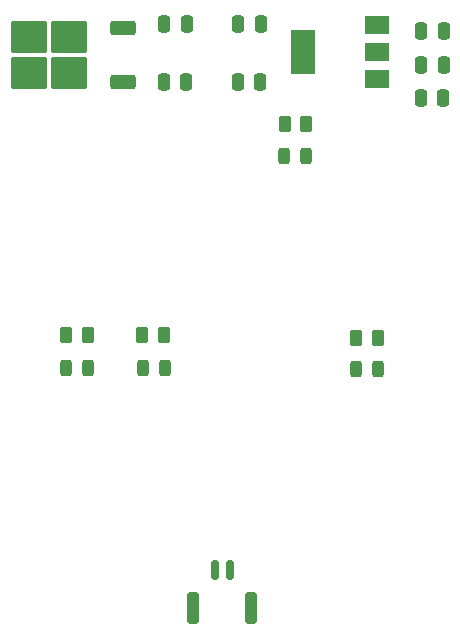
<source format=gbr>
%TF.GenerationSoftware,KiCad,Pcbnew,7.0.7*%
%TF.CreationDate,2024-02-10T01:31:47+05:30*%
%TF.ProjectId,PDB_Board,5044425f-426f-4617-9264-2e6b69636164,rev?*%
%TF.SameCoordinates,Original*%
%TF.FileFunction,Paste,Top*%
%TF.FilePolarity,Positive*%
%FSLAX46Y46*%
G04 Gerber Fmt 4.6, Leading zero omitted, Abs format (unit mm)*
G04 Created by KiCad (PCBNEW 7.0.7) date 2024-02-10 01:31:47*
%MOMM*%
%LPD*%
G01*
G04 APERTURE LIST*
G04 Aperture macros list*
%AMRoundRect*
0 Rectangle with rounded corners*
0 $1 Rounding radius*
0 $2 $3 $4 $5 $6 $7 $8 $9 X,Y pos of 4 corners*
0 Add a 4 corners polygon primitive as box body*
4,1,4,$2,$3,$4,$5,$6,$7,$8,$9,$2,$3,0*
0 Add four circle primitives for the rounded corners*
1,1,$1+$1,$2,$3*
1,1,$1+$1,$4,$5*
1,1,$1+$1,$6,$7*
1,1,$1+$1,$8,$9*
0 Add four rect primitives between the rounded corners*
20,1,$1+$1,$2,$3,$4,$5,0*
20,1,$1+$1,$4,$5,$6,$7,0*
20,1,$1+$1,$6,$7,$8,$9,0*
20,1,$1+$1,$8,$9,$2,$3,0*%
G04 Aperture macros list end*
%ADD10RoundRect,0.243750X0.243750X0.456250X-0.243750X0.456250X-0.243750X-0.456250X0.243750X-0.456250X0*%
%ADD11RoundRect,0.250000X0.262500X0.450000X-0.262500X0.450000X-0.262500X-0.450000X0.262500X-0.450000X0*%
%ADD12RoundRect,0.250000X-0.262500X-0.450000X0.262500X-0.450000X0.262500X0.450000X-0.262500X0.450000X0*%
%ADD13RoundRect,0.250000X0.250000X0.475000X-0.250000X0.475000X-0.250000X-0.475000X0.250000X-0.475000X0*%
%ADD14RoundRect,0.250000X-0.250000X-0.475000X0.250000X-0.475000X0.250000X0.475000X-0.250000X0.475000X0*%
%ADD15RoundRect,0.243750X-0.243750X-0.456250X0.243750X-0.456250X0.243750X0.456250X-0.243750X0.456250X0*%
%ADD16RoundRect,0.150000X-0.150000X-0.700000X0.150000X-0.700000X0.150000X0.700000X-0.150000X0.700000X0*%
%ADD17RoundRect,0.250000X-0.250000X-1.100000X0.250000X-1.100000X0.250000X1.100000X-0.250000X1.100000X0*%
%ADD18R,2.000000X1.500000*%
%ADD19R,2.000000X3.800000*%
%ADD20RoundRect,0.250000X0.850000X0.350000X-0.850000X0.350000X-0.850000X-0.350000X0.850000X-0.350000X0*%
%ADD21RoundRect,0.250000X1.275000X1.125000X-1.275000X1.125000X-1.275000X-1.125000X1.275000X-1.125000X0*%
G04 APERTURE END LIST*
D10*
%TO.C,5V_LED*%
X115999100Y-111048800D03*
X114124100Y-111048800D03*
%TD*%
D11*
%TO.C,R1*%
X140510900Y-108432600D03*
X138685900Y-108432600D03*
%TD*%
D10*
%TO.C,7.4V1_LED*%
X140508600Y-111125000D03*
X138633600Y-111125000D03*
%TD*%
D12*
%TO.C,R3*%
X120575700Y-108204000D03*
X122400700Y-108204000D03*
%TD*%
D13*
%TO.C,C5*%
X146078800Y-85343000D03*
X144178800Y-85343000D03*
%TD*%
D11*
%TO.C,R2*%
X115951000Y-108254800D03*
X114126000Y-108254800D03*
%TD*%
D14*
%TO.C,C7*%
X144153400Y-88162400D03*
X146053400Y-88162400D03*
%TD*%
%TO.C,C2*%
X122436400Y-81888600D03*
X124336400Y-81888600D03*
%TD*%
D11*
%TO.C,R6*%
X134438400Y-90345100D03*
X132613400Y-90345100D03*
%TD*%
D13*
%TO.C,C9*%
X130534000Y-86816200D03*
X128634000Y-86816200D03*
%TD*%
D15*
%TO.C,7.4V2_LED*%
X120601500Y-111048800D03*
X122476500Y-111048800D03*
%TD*%
D16*
%TO.C,J1*%
X126715200Y-128117600D03*
X127965200Y-128117600D03*
D17*
X124865200Y-131317600D03*
X129815200Y-131317600D03*
%TD*%
D10*
%TO.C,3.3V_LED*%
X134440300Y-93062900D03*
X132565300Y-93062900D03*
%TD*%
D18*
%TO.C,U3*%
X140455600Y-86576200D03*
X140455600Y-84276200D03*
D19*
X134155600Y-84276200D03*
D18*
X140455600Y-81976200D03*
%TD*%
D13*
%TO.C,C6*%
X146078800Y-82498200D03*
X144178800Y-82498200D03*
%TD*%
D20*
%TO.C,U2*%
X118950400Y-86810200D03*
D21*
X114325400Y-86055200D03*
X114325400Y-83005200D03*
X110975400Y-86055200D03*
X110975400Y-83005200D03*
D20*
X118950400Y-82250200D03*
%TD*%
D13*
%TO.C,C8*%
X130584800Y-81888600D03*
X128684800Y-81888600D03*
%TD*%
D14*
%TO.C,C1*%
X122385600Y-86816200D03*
X124285600Y-86816200D03*
%TD*%
M02*

</source>
